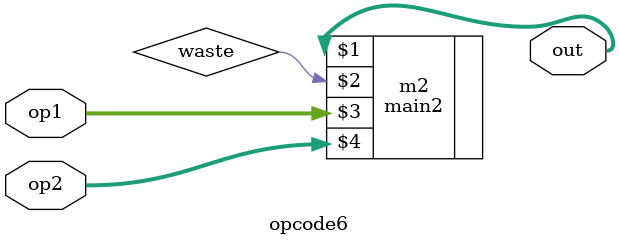
<source format=v>
`timescale 1ns/1ps
module opcode6(
     input wire[11:0] op1,
    input wire[11:0] op2,
    output wire[11:0] out
);
wire waste;
main2 m2(out,waste,op1,op2);

endmodule
</source>
